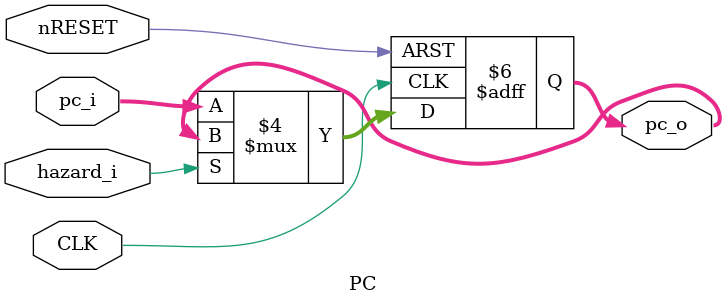
<source format=v>
module PC(
    input wire        CLK,          // <- external
    input wire        nRESET,       // <- external
    input wire        hazard_i,     // <- HazardDetect
    input wire [31:0] pc_i,         // <- Mux_pc
    output reg [31:0] pc_o          // -> Instr_Mem, Add_pc
    );

    always @(posedge CLK, negedge nRESET)
    begin
        if (~nRESET) 
            pc_o <= 32'b0;  // reset
        else
        begin
            if (hazard_i) 
                pc_o <= pc_o; // stall
            else          
                pc_o <= pc_i; // default
        end
    end

endmodule

</source>
